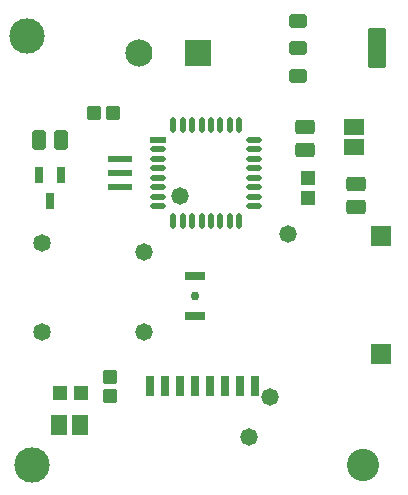
<source format=gbr>
%TF.GenerationSoftware,Altium Limited,Altium Designer,20.0.13 (296)*%
G04 Layer_Color=8388736*
%FSLAX45Y45*%
%MOMM*%
%TF.FileFunction,Soldermask,Top*%
%TF.Part,Single*%
G01*
G75*
%TA.AperFunction,SMDPad,CuDef*%
%ADD13R,1.70000X0.80000*%
%ADD14C,0.75000*%
%ADD15R,1.35523X0.48583*%
G04:AMPARAMS|DCode=16|XSize=1.35523mm|YSize=0.48583mm|CornerRadius=0.24292mm|HoleSize=0mm|Usage=FLASHONLY|Rotation=0.000|XOffset=0mm|YOffset=0mm|HoleType=Round|Shape=RoundedRectangle|*
%AMROUNDEDRECTD16*
21,1,1.35523,0.00000,0,0,0.0*
21,1,0.86940,0.48583,0,0,0.0*
1,1,0.48583,0.43470,0.00000*
1,1,0.48583,-0.43470,0.00000*
1,1,0.48583,-0.43470,0.00000*
1,1,0.48583,0.43470,0.00000*
%
%ADD16ROUNDEDRECTD16*%
G04:AMPARAMS|DCode=17|XSize=0.48583mm|YSize=1.35523mm|CornerRadius=0.24292mm|HoleSize=0mm|Usage=FLASHONLY|Rotation=0.000|XOffset=0mm|YOffset=0mm|HoleType=Round|Shape=RoundedRectangle|*
%AMROUNDEDRECTD17*
21,1,0.48583,0.86940,0,0,0.0*
21,1,0.00000,1.35523,0,0,0.0*
1,1,0.48583,0.00000,-0.43470*
1,1,0.48583,0.00000,-0.43470*
1,1,0.48583,0.00000,0.43470*
1,1,0.48583,0.00000,0.43470*
%
%ADD17ROUNDEDRECTD17*%
%TA.AperFunction,ComponentPad*%
%ADD40C,2.30320*%
%ADD41R,2.30320X2.30320*%
%ADD42R,1.70320X1.70320*%
%ADD43C,1.48320*%
%ADD44R,0.80320X1.80320*%
%TA.AperFunction,ViaPad*%
%ADD45C,1.47320*%
%ADD46C,2.73320*%
%ADD47C,3.00320*%
%TA.AperFunction,SMDPad,CuDef*%
%ADD51R,1.67320X1.36320*%
G04:AMPARAMS|DCode=52|XSize=1.2032mm|YSize=1.6232mm|CornerRadius=0.2266mm|HoleSize=0mm|Usage=FLASHONLY|Rotation=90.000|XOffset=0mm|YOffset=0mm|HoleType=Round|Shape=RoundedRectangle|*
%AMROUNDEDRECTD52*
21,1,1.20320,1.17000,0,0,90.0*
21,1,0.75000,1.62320,0,0,90.0*
1,1,0.45320,0.58500,0.37500*
1,1,0.45320,0.58500,-0.37500*
1,1,0.45320,-0.58500,-0.37500*
1,1,0.45320,-0.58500,0.37500*
%
%ADD52ROUNDEDRECTD52*%
%ADD53R,1.20320X1.30320*%
%ADD54R,2.10320X0.60320*%
G04:AMPARAMS|DCode=55|XSize=1.1432mm|YSize=1.2232mm|CornerRadius=0.1956mm|HoleSize=0mm|Usage=FLASHONLY|Rotation=0.000|XOffset=0mm|YOffset=0mm|HoleType=Round|Shape=RoundedRectangle|*
%AMROUNDEDRECTD55*
21,1,1.14320,0.83200,0,0,0.0*
21,1,0.75200,1.22320,0,0,0.0*
1,1,0.39120,0.37600,-0.41600*
1,1,0.39120,-0.37600,-0.41600*
1,1,0.39120,-0.37600,0.41600*
1,1,0.39120,0.37600,0.41600*
%
%ADD55ROUNDEDRECTD55*%
G04:AMPARAMS|DCode=56|XSize=1.2032mm|YSize=1.6232mm|CornerRadius=0.2266mm|HoleSize=0mm|Usage=FLASHONLY|Rotation=180.000|XOffset=0mm|YOffset=0mm|HoleType=Round|Shape=RoundedRectangle|*
%AMROUNDEDRECTD56*
21,1,1.20320,1.17000,0,0,180.0*
21,1,0.75000,1.62320,0,0,180.0*
1,1,0.45320,-0.37500,0.58500*
1,1,0.45320,0.37500,0.58500*
1,1,0.45320,0.37500,-0.58500*
1,1,0.45320,-0.37500,-0.58500*
%
%ADD56ROUNDEDRECTD56*%
%ADD57R,0.80320X1.35320*%
%ADD58R,1.30320X1.20320*%
%ADD59R,1.36320X1.67320*%
G04:AMPARAMS|DCode=60|XSize=1.1432mm|YSize=1.2232mm|CornerRadius=0.1956mm|HoleSize=0mm|Usage=FLASHONLY|Rotation=270.000|XOffset=0mm|YOffset=0mm|HoleType=Round|Shape=RoundedRectangle|*
%AMROUNDEDRECTD60*
21,1,1.14320,0.83200,0,0,270.0*
21,1,0.75200,1.22320,0,0,270.0*
1,1,0.39120,-0.41600,-0.37600*
1,1,0.39120,-0.41600,0.37600*
1,1,0.39120,0.41600,0.37600*
1,1,0.39120,0.41600,-0.37600*
%
%ADD60ROUNDEDRECTD60*%
G04:AMPARAMS|DCode=61|XSize=3.4432mm|YSize=1.5132mm|CornerRadius=0.19985mm|HoleSize=0mm|Usage=FLASHONLY|Rotation=270.000|XOffset=0mm|YOffset=0mm|HoleType=Round|Shape=RoundedRectangle|*
%AMROUNDEDRECTD61*
21,1,3.44320,1.11350,0,0,270.0*
21,1,3.04350,1.51320,0,0,270.0*
1,1,0.39970,-0.55675,-1.52175*
1,1,0.39970,-0.55675,1.52175*
1,1,0.39970,0.55675,1.52175*
1,1,0.39970,0.55675,-1.52175*
%
%ADD61ROUNDEDRECTD61*%
G04:AMPARAMS|DCode=62|XSize=1.1332mm|YSize=1.5132mm|CornerRadius=0.17135mm|HoleSize=0mm|Usage=FLASHONLY|Rotation=270.000|XOffset=0mm|YOffset=0mm|HoleType=Round|Shape=RoundedRectangle|*
%AMROUNDEDRECTD62*
21,1,1.13320,1.17050,0,0,270.0*
21,1,0.79050,1.51320,0,0,270.0*
1,1,0.34270,-0.58525,-0.39525*
1,1,0.34270,-0.58525,0.39525*
1,1,0.34270,0.58525,0.39525*
1,1,0.34270,0.58525,-0.39525*
%
%ADD62ROUNDEDRECTD62*%
D13*
X13271500Y8399602D02*
D03*
Y8059598D02*
D03*
D14*
Y8229600D02*
D03*
D15*
X12955386Y9550999D02*
D03*
D16*
Y9471000D02*
D03*
Y9391000D02*
D03*
Y9311000D02*
D03*
Y9231000D02*
D03*
Y9151000D02*
D03*
Y9071000D02*
D03*
Y8991001D02*
D03*
X13770483D02*
D03*
Y9071000D02*
D03*
Y9151000D02*
D03*
Y9231000D02*
D03*
Y9311000D02*
D03*
Y9391000D02*
D03*
Y9471000D02*
D03*
Y9550999D02*
D03*
D17*
X13082935Y8863452D02*
D03*
X13162935D02*
D03*
X13242935D02*
D03*
X13322935D02*
D03*
X13402934D02*
D03*
X13482935D02*
D03*
X13562935D02*
D03*
X13642934D02*
D03*
Y9678548D02*
D03*
X13562935D02*
D03*
X13482935D02*
D03*
X13402934D02*
D03*
X13322935D02*
D03*
X13242935D02*
D03*
X13162935D02*
D03*
X13082935D02*
D03*
D40*
X12796901Y10287000D02*
D03*
D41*
X13296899D02*
D03*
D42*
X14846300Y8733572D02*
D03*
Y7734300D02*
D03*
D43*
X11976100Y8675527D02*
D03*
Y7926227D02*
D03*
D44*
X13525500Y7467600D02*
D03*
X13398500D02*
D03*
X13271500D02*
D03*
X13144501D02*
D03*
X13017500D02*
D03*
X12890500D02*
D03*
X13652521D02*
D03*
X13776961D02*
D03*
D45*
X12839700Y7924800D02*
D03*
Y8597900D02*
D03*
X13903960Y7376160D02*
D03*
X14056360Y8755380D02*
D03*
X13144501Y9077960D02*
D03*
X13728700Y7038340D02*
D03*
D46*
X14693900Y6794500D02*
D03*
D47*
X11887200D02*
D03*
X11849100Y10426700D02*
D03*
D51*
X14617700Y9663801D02*
D03*
Y9487799D02*
D03*
D52*
X14630400Y9174002D02*
D03*
Y8987003D02*
D03*
X14198599Y9656602D02*
D03*
Y9469603D02*
D03*
D53*
X14224001Y9228999D02*
D03*
Y9059001D02*
D03*
D54*
X12636500Y9391000D02*
D03*
Y9151000D02*
D03*
Y9271000D02*
D03*
D55*
X12573000Y9779000D02*
D03*
X12415002D02*
D03*
D56*
X11946103Y9550400D02*
D03*
X12133102D02*
D03*
D57*
X12134601Y9257248D02*
D03*
X11944599D02*
D03*
X12039600Y9032250D02*
D03*
D58*
X12298502Y7404100D02*
D03*
X12128500D02*
D03*
D59*
X12292701Y7137400D02*
D03*
X12116699D02*
D03*
D60*
X12547600Y7385802D02*
D03*
Y7543800D02*
D03*
D61*
X14812498Y10325100D02*
D03*
D62*
X14143501Y10096099D02*
D03*
Y10325100D02*
D03*
Y10554101D02*
D03*
%TF.MD5,7420bb4cb8c5749ab534cbff478d3c2d*%
M02*

</source>
